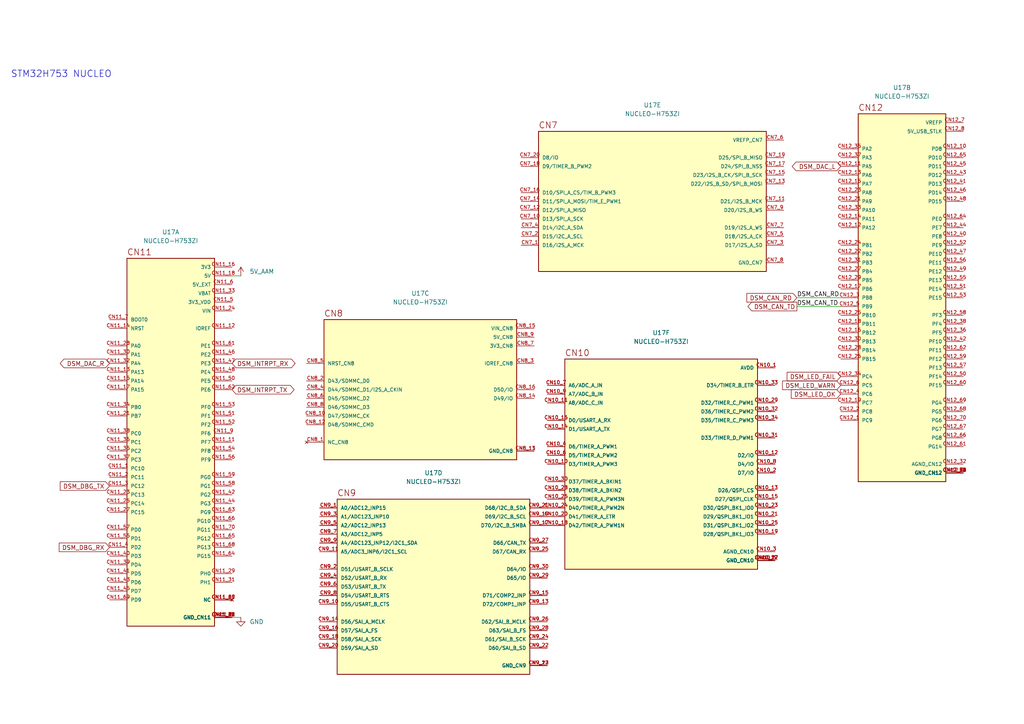
<source format=kicad_sch>
(kicad_sch (version 20250114) (generator "eeschema") (generator_version "9.0")
  (paper "A4")
  (lib_symbols
    (symbol "NUCLEO-H753ZI:NUCLEO-H753ZI" (pin_names (offset 1.016))
      (property "Reference" "U" (at -12.7 57.15 0))
      (property "Value" "NUCLEO-H753ZI" (at -12.7 -54.61 0))
      (symbol "NUCLEO-H753ZI_1_0"
        (rectangle (start -12.7 -53.34) (end 12.7 53.34) (stroke (width 0.254)) (fill (type background)))
        (text "CN11" (at -12.7 54.102 0) (effects (font (size 1.778 1.778)) (justify left bottom)))
        (pin input line (at -17.78 35.56 0) (length 5.08) (name "BOOT0") (number "CN11_7"))
        (pin input line (at -17.78 33.02 0) (length 5.08) (name "NRST") (number "CN11_14"))
        (pin bidirectional line (at -17.78 27.94 0) (length 5.08) (name "PA0") (number "CN11_28"))
        (pin bidirectional line (at -17.78 25.4 0) (length 5.08) (name "PA1") (number "CN11_30"))
        (pin bidirectional line (at -17.78 22.86 0) (length 5.08) (name "PA4") (number "CN11_32"))
        (pin bidirectional line (at -17.78 20.32 0) (length 5.08) (name "PA13") (number "CN11_13"))
        (pin bidirectional line (at -17.78 17.78 0) (length 5.08) (name "PA14") (number "CN11_15"))
        (pin bidirectional line (at -17.78 15.24 0) (length 5.08) (name "PA15") (number "CN11_17"))
        (pin bidirectional line (at -17.78 10.16 0) (length 5.08) (name "PB0") (number "CN11_34"))
        (pin bidirectional line (at -17.78 7.62 0) (length 5.08) (name "PB7") (number "CN11_21"))
        (pin bidirectional line (at -17.78 2.54 0) (length 5.08) (name "PC0") (number "CN11_38"))
        (pin bidirectional line (at -17.78 0 0) (length 5.08) (name "PC1") (number "CN11_36"))
        (pin bidirectional line (at -17.78 -2.54 0) (length 5.08) (name "PC2") (number "CN11_35"))
        (pin bidirectional line (at -17.78 -5.08 0) (length 5.08) (name "PC3") (number "CN11_37"))
        (pin bidirectional line (at -17.78 -7.62 0) (length 5.08) (name "PC10") (number "CN11_1"))
        (pin bidirectional line (at -17.78 -10.16 0) (length 5.08) (name "PC11") (number "CN11_2"))
        (pin bidirectional line (at -17.78 -12.7 0) (length 5.08) (name "PC12") (number "CN11_3"))
        (pin bidirectional line (at -17.78 -15.24 0) (length 5.08) (name "PC13") (number "CN11_23"))
        (pin bidirectional line (at -17.78 -17.78 0) (length 5.08) (name "PC14") (number "CN11_25"))
        (pin bidirectional line (at -17.78 -20.32 0) (length 5.08) (name "PC15") (number "CN11_27"))
        (pin bidirectional line (at -17.78 -25.4 0) (length 5.08) (name "PD0") (number "CN11_57"))
        (pin bidirectional line (at -17.78 -27.94 0) (length 5.08) (name "PD1") (number "CN11_55"))
        (pin bidirectional line (at -17.78 -30.48 0) (length 5.08) (name "PD2") (number "CN11_4"))
        (pin bidirectional line (at -17.78 -33.02 0) (length 5.08) (name "PD3") (number "CN11_40"))
        (pin bidirectional line (at -17.78 -35.56 0) (length 5.08) (name "PD4") (number "CN11_39"))
        (pin bidirectional line (at -17.78 -38.1 0) (length 5.08) (name "PD5") (number "CN11_41"))
        (pin bidirectional line (at -17.78 -40.64 0) (length 5.08) (name "PD6") (number "CN11_43"))
        (pin bidirectional line (at -17.78 -43.18 0) (length 5.08) (name "PD7") (number "CN11_45"))
        (pin bidirectional line (at -17.78 -45.72 0) (length 5.08) (name "PD9") (number "CN11_69"))
        (pin power_in line (at 17.78 50.8 180) (length 5.08) (name "3V3") (number "CN11_16"))
        (pin power_in line (at 17.78 48.26 180) (length 5.08) (name "5V") (number "CN11_18"))
        (pin power_in line (at 17.78 45.72 180) (length 5.08) (name "5V_EXT") (number "CN11_6"))
        (pin power_in line (at 17.78 43.18 180) (length 5.08) (name "VBAT") (number "CN11_33"))
        (pin power_in line (at 17.78 40.64 180) (length 5.08) (name "3V3_VDD") (number "CN11_5"))
        (pin power_in line (at 17.78 38.1 180) (length 5.08) (name "VIN") (number "CN11_24"))
        (pin bidirectional line (at 17.78 33.02 180) (length 5.08) (name "IOREF") (number "CN11_12"))
        (pin bidirectional line (at 17.78 27.94 180) (length 5.08) (name "PE1") (number "CN11_61"))
        (pin bidirectional line (at 17.78 25.4 180) (length 5.08) (name "PE2") (number "CN11_46"))
        (pin bidirectional line (at 17.78 22.86 180) (length 5.08) (name "PE3") (number "CN11_47"))
        (pin bidirectional line (at 17.78 20.32 180) (length 5.08) (name "PE4") (number "CN11_48"))
        (pin bidirectional line (at 17.78 17.78 180) (length 5.08) (name "PE5") (number "CN11_50"))
        (pin bidirectional line (at 17.78 15.24 180) (length 5.08) (name "PE6") (number "CN11_62"))
        (pin bidirectional line (at 17.78 10.16 180) (length 5.08) (name "PF0") (number "CN11_53"))
        (pin bidirectional line (at 17.78 7.62 180) (length 5.08) (name "PF1") (number "CN11_51"))
        (pin bidirectional line (at 17.78 5.08 180) (length 5.08) (name "PF2") (number "CN11_52"))
        (pin bidirectional line (at 17.78 2.54 180) (length 5.08) (name "PF6") (number "CN11_9"))
        (pin bidirectional line (at 17.78 0 180) (length 5.08) (name "PF7") (number "CN11_11"))
        (pin bidirectional line (at 17.78 -2.54 180) (length 5.08) (name "PF8") (number "CN11_54"))
        (pin bidirectional line (at 17.78 -5.08 180) (length 5.08) (name "PF9") (number "CN11_56"))
        (pin bidirectional line (at 17.78 -10.16 180) (length 5.08) (name "PG0") (number "CN11_59"))
        (pin bidirectional line (at 17.78 -12.7 180) (length 5.08) (name "PG1") (number "CN11_58"))
        (pin bidirectional line (at 17.78 -15.24 180) (length 5.08) (name "PG2") (number "CN11_42"))
        (pin bidirectional line (at 17.78 -17.78 180) (length 5.08) (name "PG3") (number "CN11_44"))
        (pin bidirectional line (at 17.78 -20.32 180) (length 5.08) (name "PG9") (number "CN11_63"))
        (pin bidirectional line (at 17.78 -22.86 180) (length 5.08) (name "PG10") (number "CN11_66"))
        (pin bidirectional line (at 17.78 -25.4 180) (length 5.08) (name "PG11") (number "CN11_70"))
        (pin bidirectional line (at 17.78 -27.94 180) (length 5.08) (name "PG12") (number "CN11_65"))
        (pin bidirectional line (at 17.78 -30.48 180) (length 5.08) (name "PG13") (number "CN11_68"))
        (pin bidirectional line (at 17.78 -33.02 180) (length 5.08) (name "PG15") (number "CN11_64"))
        (pin bidirectional line (at 17.78 -38.1 180) (length 5.08) (name "PH0") (number "CN11_29"))
        (pin bidirectional line (at 17.78 -40.64 180) (length 5.08) (name "PH1") (number "CN11_31"))
        (pin no_connect line (at 17.78 -45.72 180) (length 5.08) (name "NC") (number "CN11_10"))
        (pin no_connect line (at 17.78 -45.72 180) (length 5.08) (name "NC") (number "CN11_26"))
        (pin no_connect line (at 17.78 -45.72 180) (length 5.08) (name "NC") (number "CN11_67"))
        (pin power_in line (at 17.78 -50.8 180) (length 5.08) (name "GND_CN11") (number "CN11_19"))
        (pin power_in line (at 17.78 -50.8 180) (length 5.08) (name "GND_CN11") (number "CN11_20"))
        (pin power_in line (at 17.78 -50.8 180) (length 5.08) (name "GND_CN11") (number "CN11_22"))
        (pin power_in line (at 17.78 -50.8 180) (length 5.08) (name "GND_CN11") (number "CN11_49"))
        (pin power_in line (at 17.78 -50.8 180) (length 5.08) (name "GND_CN11") (number "CN11_60"))
        (pin power_in line (at 17.78 -50.8 180) (length 5.08) (name "GND_CN11") (number "CN11_71"))
        (pin power_in line (at 17.78 -50.8 180) (length 5.08) (name "GND_CN11") (number "CN11_72"))
        (pin power_in line (at 17.78 -50.8 180) (length 5.08) (name "GND_CN11") (number "CN11_8"))
      )
      (symbol "NUCLEO-H753ZI_2_0"
        (rectangle (start -12.7 -53.34) (end 12.7 53.34) (stroke (width 0.254)) (fill (type background)))
        (text "CN12" (at -12.7 54.102 0) (effects (font (size 1.778 1.778)) (justify left bottom)))
        (pin bidirectional line (at -17.78 43.18 0) (length 5.08) (name "PA2") (number "CN12_35"))
        (pin bidirectional line (at -17.78 40.64 0) (length 5.08) (name "PA3") (number "CN12_37"))
        (pin bidirectional line (at -17.78 38.1 0) (length 5.08) (name "PA5") (number "CN12_11"))
        (pin bidirectional line (at -17.78 35.56 0) (length 5.08) (name "PA6") (number "CN12_13"))
        (pin bidirectional line (at -17.78 33.02 0) (length 5.08) (name "PA7") (number "CN12_15"))
        (pin bidirectional line (at -17.78 30.48 0) (length 5.08) (name "PA8") (number "CN12_23"))
        (pin bidirectional line (at -17.78 27.94 0) (length 5.08) (name "PA9") (number "CN12_21"))
        (pin bidirectional line (at -17.78 25.4 0) (length 5.08) (name "PA10") (number "CN12_33"))
        (pin bidirectional line (at -17.78 22.86 0) (length 5.08) (name "PA11") (number "CN12_14"))
        (pin bidirectional line (at -17.78 20.32 0) (length 5.08) (name "PA12") (number "CN12_12"))
        (pin bidirectional line (at -17.78 15.24 0) (length 5.08) (name "PB1") (number "CN12_24"))
        (pin bidirectional line (at -17.78 12.7 0) (length 5.08) (name "PB2") (number "CN12_22"))
        (pin bidirectional line (at -17.78 10.16 0) (length 5.08) (name "PB3") (number "CN12_31"))
        (pin bidirectional line (at -17.78 7.62 0) (length 5.08) (name "PB4") (number "CN12_27"))
        (pin bidirectional line (at -17.78 5.08 0) (length 5.08) (name "PB5") (number "CN12_29"))
        (pin bidirectional line (at -17.78 2.54 0) (length 5.08) (name "PB6") (number "CN12_17"))
        (pin bidirectional line (at -17.78 0 0) (length 5.08) (name "PB8") (number "CN12_3"))
        (pin bidirectional line (at -17.78 -2.54 0) (length 5.08) (name "PB9") (number "CN12_5"))
        (pin bidirectional line (at -17.78 -5.08 0) (length 5.08) (name "PB10") (number "CN12_25"))
        (pin bidirectional line (at -17.78 -7.62 0) (length 5.08) (name "PB11") (number "CN12_18"))
        (pin bidirectional line (at -17.78 -10.16 0) (length 5.08) (name "PB12") (number "CN12_16"))
        (pin bidirectional line (at -17.78 -12.7 0) (length 5.08) (name "PB13") (number "CN12_30"))
        (pin bidirectional line (at -17.78 -15.24 0) (length 5.08) (name "PB14") (number "CN12_28"))
        (pin bidirectional line (at -17.78 -17.78 0) (length 5.08) (name "PB15") (number "CN12_26"))
        (pin bidirectional line (at -17.78 -22.86 0) (length 5.08) (name "PC4") (number "CN12_34"))
        (pin bidirectional line (at -17.78 -25.4 0) (length 5.08) (name "PC5") (number "CN12_6"))
        (pin bidirectional line (at -17.78 -27.94 0) (length 5.08) (name "PC6") (number "CN12_4"))
        (pin bidirectional line (at -17.78 -30.48 0) (length 5.08) (name "PC7") (number "CN12_19"))
        (pin bidirectional line (at -17.78 -33.02 0) (length 5.08) (name "PC8") (number "CN12_2"))
        (pin bidirectional line (at -17.78 -35.56 0) (length 5.08) (name "PC9") (number "CN12_1"))
        (pin power_in line (at 17.78 50.8 180) (length 5.08) (name "VREFP") (number "CN12_7"))
        (pin power_in line (at 17.78 48.26 180) (length 5.08) (name "5V_USB_STLK") (number "CN12_8"))
        (pin bidirectional line (at 17.78 43.18 180) (length 5.08) (name "PD8") (number "CN12_10"))
        (pin bidirectional line (at 17.78 40.64 180) (length 5.08) (name "PD10") (number "CN12_65"))
        (pin bidirectional line (at 17.78 38.1 180) (length 5.08) (name "PD11") (number "CN12_45"))
        (pin bidirectional line (at 17.78 35.56 180) (length 5.08) (name "PD12") (number "CN12_43"))
        (pin bidirectional line (at 17.78 33.02 180) (length 5.08) (name "PD13") (number "CN12_41"))
        (pin bidirectional line (at 17.78 30.48 180) (length 5.08) (name "PD14") (number "CN12_46"))
        (pin bidirectional line (at 17.78 27.94 180) (length 5.08) (name "PD15") (number "CN12_48"))
        (pin bidirectional line (at 17.78 22.86 180) (length 5.08) (name "PE0") (number "CN12_64"))
        (pin bidirectional line (at 17.78 20.32 180) (length 5.08) (name "PE7") (number "CN12_44"))
        (pin bidirectional line (at 17.78 17.78 180) (length 5.08) (name "PE8") (number "CN12_40"))
        (pin bidirectional line (at 17.78 15.24 180) (length 5.08) (name "PE9") (number "CN12_52"))
        (pin bidirectional line (at 17.78 12.7 180) (length 5.08) (name "PE10") (number "CN12_47"))
        (pin bidirectional line (at 17.78 10.16 180) (length 5.08) (name "PE11") (number "CN12_56"))
        (pin bidirectional line (at 17.78 7.62 180) (length 5.08) (name "PE12") (number "CN12_49"))
        (pin bidirectional line (at 17.78 5.08 180) (length 5.08) (name "PE13") (number "CN12_55"))
        (pin bidirectional line (at 17.78 2.54 180) (length 5.08) (name "PE14") (number "CN12_51"))
        (pin bidirectional line (at 17.78 0 180) (length 5.08) (name "PE15") (number "CN12_53"))
        (pin bidirectional line (at 17.78 -5.08 180) (length 5.08) (name "PF3") (number "CN12_58"))
        (pin bidirectional line (at 17.78 -7.62 180) (length 5.08) (name "PF4") (number "CN12_38"))
        (pin bidirectional line (at 17.78 -10.16 180) (length 5.08) (name "PF5") (number "CN12_36"))
        (pin bidirectional line (at 17.78 -12.7 180) (length 5.08) (name "PF10") (number "CN12_42"))
        (pin bidirectional line (at 17.78 -15.24 180) (length 5.08) (name "PF11") (number "CN12_62"))
        (pin bidirectional line (at 17.78 -17.78 180) (length 5.08) (name "PF12") (number "CN12_59"))
        (pin bidirectional line (at 17.78 -20.32 180) (length 5.08) (name "PF13") (number "CN12_57"))
        (pin bidirectional line (at 17.78 -22.86 180) (length 5.08) (name "PF14") (number "CN12_50"))
        (pin bidirectional line (at 17.78 -25.4 180) (length 5.08) (name "PF15") (number "CN12_60"))
        (pin bidirectional line (at 17.78 -30.48 180) (length 5.08) (name "PG4") (number "CN12_69"))
        (pin bidirectional line (at 17.78 -33.02 180) (length 5.08) (name "PG5") (number "CN12_68"))
        (pin bidirectional line (at 17.78 -35.56 180) (length 5.08) (name "PG6") (number "CN12_70"))
        (pin bidirectional line (at 17.78 -38.1 180) (length 5.08) (name "PG7") (number "CN12_67"))
        (pin bidirectional line (at 17.78 -40.64 180) (length 5.08) (name "PG8") (number "CN12_66"))
        (pin bidirectional line (at 17.78 -43.18 180) (length 5.08) (name "PG14") (number "CN12_61"))
        (pin power_in line (at 17.78 -48.26 180) (length 5.08) (name "AGND_CN12") (number "CN12_32"))
        (pin power_in line (at 17.78 -50.8 180) (length 5.08) (name "GND_CN12") (number "CN12_20"))
        (pin power_in line (at 17.78 -50.8 180) (length 5.08) (name "GND_CN12") (number "CN12_39"))
        (pin power_in line (at 17.78 -50.8 180) (length 5.08) (name "GND_CN12") (number "CN12_54"))
        (pin power_in line (at 17.78 -50.8 180) (length 5.08) (name "GND_CN12") (number "CN12_63"))
        (pin power_in line (at 17.78 -50.8 180) (length 5.08) (name "GND_CN12") (number "CN12_71"))
        (pin power_in line (at 17.78 -50.8 180) (length 5.08) (name "GND_CN12") (number "CN12_72"))
        (pin power_in line (at 17.78 -50.8 180) (length 5.08) (name "GND_CN12") (number "CN12_9"))
      )
      (symbol "NUCLEO-H753ZI_3_0"
        (rectangle (start -27.94 -20.32) (end 27.94 20.32) (stroke (width 0.254)) (fill (type background)))
        (text "CN8" (at -27.94 21.082 0) (effects (font (size 1.778 1.778)) (justify left bottom)))
        (pin input line (at -33.02 7.62 0) (length 5.08) (name "NRST_CN8") (number "CN8_5"))
        (pin bidirectional line (at -33.02 2.54 0) (length 5.08) (name "D43/SDMMC_D0") (number "CN8_2"))
        (pin bidirectional line (at -33.02 0 0) (length 5.08) (name "D44/SDMMC_D1/I2S_A_CKIN") (number "CN8_4"))
        (pin bidirectional line (at -33.02 -2.54 0) (length 5.08) (name "D45/SDMMC_D2") (number "CN8_6"))
        (pin bidirectional line (at -33.02 -5.08 0) (length 5.08) (name "D46/SDMMC_D3") (number "CN8_8"))
        (pin bidirectional line (at -33.02 -7.62 0) (length 5.08) (name "D47/SDMMC_CK") (number "CN8_10"))
        (pin bidirectional line (at -33.02 -10.16 0) (length 5.08) (name "D48/SDMMC_CMD") (number "CN8_12"))
        (pin no_connect line (at -33.02 -15.24 0) (length 5.08) (name "NC_CN8") (number "CN8_1"))
        (pin power_in line (at 33.02 17.78 180) (length 5.08) (name "VIN_CN8") (number "CN8_15"))
        (pin power_in line (at 33.02 15.24 180) (length 5.08) (name "5V_CN8") (number "CN8_9"))
        (pin power_in line (at 33.02 12.7 180) (length 5.08) (name "3V3_CN8") (number "CN8_7"))
        (pin bidirectional line (at 33.02 7.62 180) (length 5.08) (name "IOREF_CN8") (number "CN8_3"))
        (pin bidirectional line (at 33.02 0 180) (length 5.08) (name "D50/IO") (number "CN8_16"))
        (pin bidirectional line (at 33.02 -2.54 180) (length 5.08) (name "D49/IO") (number "CN8_14"))
        (pin power_in line (at 33.02 -17.78 180) (length 5.08) (name "GND_CN8") (number "CN8_11"))
        (pin power_in line (at 33.02 -17.78 180) (length 5.08) (name "GND_CN8") (number "CN8_13"))
      )
      (symbol "NUCLEO-H753ZI_4_0"
        (rectangle (start -27.94 -25.4) (end 27.94 25.4) (stroke (width 0.254)) (fill (type background)))
        (text "CN9" (at -27.94 26.162 0) (effects (font (size 1.778 1.778)) (justify left bottom)))
        (pin input line (at -33.02 22.86 0) (length 5.08) (name "A0/ADC12_INP15") (number "CN9_1"))
        (pin input line (at -33.02 20.32 0) (length 5.08) (name "A1/ADC123_INP10") (number "CN9_3"))
        (pin input line (at -33.02 17.78 0) (length 5.08) (name "A2/ADC12_INP13") (number "CN9_5"))
        (pin input line (at -33.02 15.24 0) (length 5.08) (name "A3/ADC12_INP5") (number "CN9_7"))
        (pin input line (at -33.02 12.7 0) (length 5.08) (name "A4/ADC123_INP12/I2C1_SDA") (number "CN9_9"))
        (pin input line (at -33.02 10.16 0) (length 5.08) (name "A5/ADC3_INP6/I2C1_SCL") (number "CN9_11"))
        (pin bidirectional line (at -33.02 5.08 0) (length 5.08) (name "D51/USART_B_SCLK") (number "CN9_2"))
        (pin bidirectional line (at -33.02 2.54 0) (length 5.08) (name "D52/USART_B_RX") (number "CN9_4"))
        (pin bidirectional line (at -33.02 0 0) (length 5.08) (name "D53/USART_B_TX") (number "CN9_6"))
        (pin bidirectional line (at -33.02 -2.54 0) (length 5.08) (name "D54/USART_B_RTS") (number "CN9_8"))
        (pin bidirectional line (at -33.02 -5.08 0) (length 5.08) (name "D55/USART_B_CTS") (number "CN9_10"))
        (pin bidirectional line (at -33.02 -10.16 0) (length 5.08) (name "D56/SAI_A_MCLK") (number "CN9_14"))
        (pin bidirectional line (at -33.02 -12.7 0) (length 5.08) (name "D57/SAI_A_FS") (number "CN9_16"))
        (pin bidirectional line (at -33.02 -15.24 0) (length 5.08) (name "D58/SAI_A_SCK") (number "CN9_18"))
        (pin bidirectional line (at -33.02 -17.78 0) (length 5.08) (name "D59/SAI_A_SD") (number "CN9_20"))
        (pin bidirectional line (at 33.02 22.86 180) (length 5.08) (name "D68/I2C_B_SDA") (number "CN9_21"))
        (pin bidirectional line (at 33.02 20.32 180) (length 5.08) (name "D69/I2C_B_SCL") (number "CN9_19"))
        (pin bidirectional line (at 33.02 17.78 180) (length 5.08) (name "D70/I2C_B_SMBA") (number "CN9_17"))
        (pin output line (at 33.02 12.7 180) (length 5.08) (name "D66/CAN_TX") (number "CN9_27"))
        (pin input line (at 33.02 10.16 180) (length 5.08) (name "D67/CAN_RX") (number "CN9_25"))
        (pin bidirectional line (at 33.02 5.08 180) (length 5.08) (name "D64/IO") (number "CN9_30"))
        (pin bidirectional line (at 33.02 2.54 180) (length 5.08) (name "D65/IO") (number "CN9_29"))
        (pin bidirectional line (at 33.02 -2.54 180) (length 5.08) (name "D71/COMP2_INP") (number "CN9_15"))
        (pin bidirectional line (at 33.02 -5.08 180) (length 5.08) (name "D72/COMP1_INP") (number "CN9_13"))
        (pin bidirectional line (at 33.02 -10.16 180) (length 5.08) (name "D62/SAI_B_MCLK") (number "CN9_26"))
        (pin bidirectional line (at 33.02 -12.7 180) (length 5.08) (name "D63/SAI_B_FS") (number "CN9_28"))
        (pin bidirectional line (at 33.02 -15.24 180) (length 5.08) (name "D61/SAI_B_SCK") (number "CN9_24"))
        (pin bidirectional line (at 33.02 -17.78 180) (length 5.08) (name "D60/SAI_B_SD") (number "CN9_22"))
        (pin power_in line (at 33.02 -22.86 180) (length 5.08) (name "GND_CN9") (number "CN9_12"))
        (pin power_in line (at 33.02 -22.86 180) (length 5.08) (name "GND_CN9") (number "CN9_23"))
      )
      (symbol "NUCLEO-H753ZI_5_0"
        (rectangle (start -33.02 -20.32) (end 33.02 20.32) (stroke (width 0.254)) (fill (type background)))
        (text "CN7" (at -33.02 21.082 0) (effects (font (size 1.778 1.778)) (justify left bottom)))
        (pin bidirectional line (at -38.1 12.7 0) (length 5.08) (name "D8/IO") (number "CN7_20"))
        (pin bidirectional line (at -38.1 10.16 0) (length 5.08) (name "D9/TIMER_B_PWM2") (number "CN7_18"))
        (pin bidirectional line (at -38.1 2.54 0) (length 5.08) (name "D10/SPI_A_CS/TIM_B_PWM3") (number "CN7_16"))
        (pin bidirectional line (at -38.1 0 0) (length 5.08) (name "D11/SPI_A_MOSI/TIM_E_PWM1") (number "CN7_14"))
        (pin bidirectional line (at -38.1 -2.54 0) (length 5.08) (name "D12/SPI_A_MISO") (number "CN7_12"))
        (pin bidirectional line (at -38.1 -5.08 0) (length 5.08) (name "D13/SPI_A_SCK") (number "CN7_10"))
        (pin bidirectional line (at -38.1 -7.62 0) (length 5.08) (name "D14/I2C_A_SDA") (number "CN7_4"))
        (pin bidirectional line (at -38.1 -10.16 0) (length 5.08) (name "D15/I2C_A_SCL") (number "CN7_2"))
        (pin bidirectional line (at -38.1 -12.7 0) (length 5.08) (name "D16/I2S_A_MCK") (number "CN7_1"))
        (pin power_in line (at 38.1 17.78 180) (length 5.08) (name "VREFP_CN7") (number "CN7_6"))
        (pin bidirectional line (at 38.1 12.7 180) (length 5.08) (name "D25/SPI_B_MISO") (number "CN7_19"))
        (pin bidirectional line (at 38.1 10.16 180) (length 5.08) (name "D24/SPI_B_NSS") (number "CN7_17"))
        (pin bidirectional line (at 38.1 7.62 180) (length 5.08) (name "D23/I2S_B_CK/SPI_B_SCK") (number "CN7_15"))
        (pin bidirectional line (at 38.1 5.08 180) (length 5.08) (name "D22/I2S_B_SD/SPI_B_MOSI") (number "CN7_13"))
        (pin bidirectional line (at 38.1 0 180) (length 5.08) (name "D21/I2S_B_MCK") (number "CN7_11"))
        (pin bidirectional line (at 38.1 -2.54 180) (length 5.08) (name "D20/I2S_B_WS") (number "CN7_9"))
        (pin bidirectional line (at 38.1 -7.62 180) (length 5.08) (name "D19/I2S_A_WS") (number "CN7_7"))
        (pin bidirectional line (at 38.1 -10.16 180) (length 5.08) (name "D18/I2S_A_CK") (number "CN7_5"))
        (pin bidirectional line (at 38.1 -12.7 180) (length 5.08) (name "D17/I2S_A_SD") (number "CN7_3"))
        (pin power_in line (at 38.1 -17.78 180) (length 5.08) (name "GND_CN7") (number "CN7_8"))
      )
      (symbol "NUCLEO-H753ZI_6_0"
        (rectangle (start -27.94 -30.48) (end 27.94 30.48) (stroke (width 0.254)) (fill (type background)))
        (text "CN10" (at -27.94 31.242 0) (effects (font (size 1.778 1.778)) (justify left bottom)))
        (pin input line (at -33.02 22.86 0) (length 5.08) (name "A6/ADC_A_IN") (number "CN10_7"))
        (pin input line (at -33.02 20.32 0) (length 5.08) (name "A7/ADC_B_IN") (number "CN10_9"))
        (pin input line (at -33.02 17.78 0) (length 5.08) (name "A8/ADC_C_IN") (number "CN10_11"))
        (pin input line (at -33.02 12.7 0) (length 5.08) (name "D0/USART_A_RX") (number "CN10_16"))
        (pin output line (at -33.02 10.16 0) (length 5.08) (name "D1/USART_A_TX") (number "CN10_14"))
        (pin bidirectional line (at -33.02 5.08 0) (length 5.08) (name "D6/TIMER_A_PWM1") (number "CN10_4"))
        (pin bidirectional line (at -33.02 2.54 0) (length 5.08) (name "D5/TIMER_A_PWM2") (number "CN10_6"))
        (pin bidirectional line (at -33.02 0 0) (length 5.08) (name "D3/TIMER_A_PWM3") (number "CN10_10"))
        (pin bidirectional line (at -33.02 -5.08 0) (length 5.08) (name "D37/TIMER_A_BKIN1") (number "CN10_30"))
        (pin bidirectional line (at -33.02 -7.62 0) (length 5.08) (name "D38/TIMER_A_BKIN2") (number "CN10_28"))
        (pin bidirectional line (at -33.02 -10.16 0) (length 5.08) (name "D39/TIMER_A_PWM3N") (number "CN10_26"))
        (pin bidirectional line (at -33.02 -12.7 0) (length 5.08) (name "D40/TIMER_A_PWM2N") (number "CN10_24"))
        (pin bidirectional line (at -33.02 -15.24 0) (length 5.08) (name "D41/TIMER_A_ETR") (number "CN10_20"))
        (pin bidirectional line (at -33.02 -17.78 0) (length 5.08) (name "D42/TIMER_A_PWM1N") (number "CN10_18"))
        (pin power_in line (at 33.02 27.94 180) (length 5.08) (name "AVDD") (number "CN10_1"))
        (pin bidirectional line (at 33.02 22.86 180) (length 5.08) (name "D34/TIMER_B_ETR") (number "CN10_33"))
        (pin bidirectional line (at 33.02 17.78 180) (length 5.08) (name "D32/TIMER_C_PWM1") (number "CN10_29"))
        (pin bidirectional line (at 33.02 15.24 180) (length 5.08) (name "D36/TIMER_C_PWM2") (number "CN10_32"))
        (pin bidirectional line (at 33.02 12.7 180) (length 5.08) (name "D35/TIMER_C_PWM3") (number "CN10_34"))
        (pin bidirectional line (at 33.02 7.62 180) (length 5.08) (name "D33/TIMER_D_PWM1") (number "CN10_31"))
        (pin bidirectional line (at 33.02 2.54 180) (length 5.08) (name "D2/IO") (number "CN10_12"))
        (pin bidirectional line (at 33.02 0 180) (length 5.08) (name "D4/IO") (number "CN10_8"))
        (pin bidirectional line (at 33.02 -2.54 180) (length 5.08) (name "D7/IO") (number "CN10_2"))
        (pin bidirectional line (at 33.02 -7.62 180) (length 5.08) (name "D26/QSPI_CS") (number "CN10_13"))
        (pin bidirectional line (at 33.02 -10.16 180) (length 5.08) (name "D27/QSPI_CLK") (number "CN10_15"))
        (pin bidirectional line (at 33.02 -12.7 180) (length 5.08) (name "D30/QSPI_BK1_IO0") (number "CN10_23"))
        (pin bidirectional line (at 33.02 -15.24 180) (length 5.08) (name "D29/QSPI_BK1_IO1") (number "CN10_21"))
        (pin bidirectional line (at 33.02 -17.78 180) (length 5.08) (name "D31/QSPI_BK1_IO2") (number "CN10_25"))
        (pin bidirectional line (at 33.02 -20.32 180) (length 5.08) (name "D28/QSPI_BK1_IO3") (number "CN10_19"))
        (pin power_in line (at 33.02 -25.4 180) (length 5.08) (name "AGND_CN10") (number "CN10_3"))
        (pin power_in line (at 33.02 -27.94 180) (length 5.08) (name "GND_CN10") (number "CN10_17"))
        (pin power_in line (at 33.02 -27.94 180) (length 5.08) (name "GND_CN10") (number "CN10_22"))
        (pin power_in line (at 33.02 -27.94 180) (length 5.08) (name "GND_CN10") (number "CN10_27"))
        (pin power_in line (at 33.02 -27.94 180) (length 5.08) (name "GND_CN10") (number "CN10_5"))
      )
    )
    (symbol "power:+5V" (power) (pin_numbers (hide yes)) (pin_names (offset 0) (hide yes))
      (property "Value" "+5V" (at 0 3.556 0))
      (symbol "+5V_0_1"
        (polyline (pts (xy -0.762 1.27) (xy 0 2.54)))
        (polyline (pts (xy 0 2.54) (xy 0.762 1.27)))
        (polyline (pts (xy 0 0) (xy 0 2.54)))
      )
      (symbol "+5V_1_1"
        (pin power_in line (at 0 0 90) (length 0) (name "~") (number "1"))
      )
    )
    (symbol "power:GND" (power) (pin_numbers (hide yes)) (pin_names (offset 0) (hide yes))
      (property "Value" "GND" (at 0 -3.81 0))
      (symbol "GND_0_1"
        (polyline (pts (xy 0 0) (xy 0 -1.27) (xy 1.27 -1.27) (xy 0 -2.54) (xy -1.27 -1.27) (xy 0 -1.27)))
      )
      (symbol "GND_1_1"
        (pin power_in line (at 0 0 270) (length 0) (name "~") (number "1"))
      )
    )
  )
  (text "STM32H753 NUCLEO" (at 17.78 21.59 0) (effects (font (size 1.905 1.905))))
  (wire (pts (xy 231.14 88.9) (xy 243.84 88.9)))
  (wire (pts (xy 231.14 86.36) (xy 243.84 86.36)))
  (wire (pts (xy 67.31 80.01) (xy 69.85 80.01)))
  (wire (pts (xy 67.31 179.07) (xy 69.85 179.07)))
  (label "DSM_CAN_RD" (at 231.14 86.36 0))
  (label "DSM_CAN_TD" (at 231.14 88.9 0))
  (global_label "DSM_LED_OK" (shape input) (at 243.84 114.3 180) (property "Intersheetrefs" "${INTERSHEET_REFS}" (effects (hide yes))))
  (global_label "DSM_DBG_TX" (shape input) (at 31.75 140.97 180) (property "Intersheetrefs" "${INTERSHEET_REFS}" (effects (hide yes))))
  (global_label "DSM_CAN_RD" (shape input) (at 231.14 86.36 180) (property "Intersheetrefs" "${INTERSHEET_REFS}" (effects (hide yes))))
  (global_label "DSM_LED_FAIL" (shape input) (at 243.84 109.22 180) (property "Intersheetrefs" "${INTERSHEET_REFS}" (effects (hide yes))))
  (global_label "DSM_INTRPT_RX" (shape bidirectional) (at 67.31 105.41 0) (property "Intersheetrefs" "${INTERSHEET_REFS}" (effects (hide yes))))
  (global_label "DSM_CAN_TD" (shape output) (at 231.14 88.9 180) (property "Intersheetrefs" "${INTERSHEET_REFS}" (effects (hide yes))))
  (global_label "DSM_DBG_RX" (shape input) (at 31.75 158.75 180) (property "Intersheetrefs" "${INTERSHEET_REFS}" (effects (hide yes))))
  (global_label "DSM_LED_WARN" (shape input) (at 243.84 111.76 180) (property "Intersheetrefs" "${INTERSHEET_REFS}" (effects (hide yes))))
  (global_label "DSM_INTRPT_TX" (shape bidirectional) (at 67.31 113.03 0) (property "Intersheetrefs" "${INTERSHEET_REFS}" (effects (hide yes))))
  (global_label "DSM_DAC_R" (shape bidirectional) (at 31.75 105.41 180) (property "Intersheetrefs" "${INTERSHEET_REFS}" (effects (hide yes))))
  (global_label "DSM_DAC_L" (shape bidirectional) (at 243.84 48.26 180) (property "Intersheetrefs" "${INTERSHEET_REFS}" (effects (hide yes))))
  (symbol (lib_id "NUCLEO-H753ZI:NUCLEO-H753ZI") (at 191.77 134.62 0) (unit 6)
    (property "Reference" "U17" (at 191.77 96.52 0))
    (property "Value" "NUCLEO-H753ZI" (at 191.77 99.06 0))
    (property "Footprint" "NUCLEO-H753ZI:MODULE_NUCLEO-H753ZI" (effects (hide yes)))
    (property "MF" "STMicroelectronics" (effects (hide yes)))
    (property "Description_1" "STM32H753ZI Nucleo-144 STM32H7 ARM® Cortex®-M7 MCU 32-Bit Embedded Evaluation Board" (effects (hide yes)))
    (property "Package" "None" (effects (hide yes)))
    (property "Price" "None" (effects (hide yes)))
    (property "Check_prices" "https://www.snapeda.com/parts/NUCLEO-H753ZI/STMicroelectronics/view-part/?ref=eda" (effects (hide yes)))
    (property "STANDARD" "Manufacturer Recommendations" (effects (hide yes)))
    (property "PARTREV" "Rev. 2" (effects (hide yes)))
    (property "SnapEDA_Link" "https://www.snapeda.com/parts/NUCLEO-H753ZI/STMicroelectronics/view-part/?ref=snap" (effects (hide yes)))
    (property "MP" "NUCLEO-H753ZI" (effects (hide yes)))
    (property "Availability" "In Stock" (effects (hide yes)))
    (property "MANUFACTURER" "STMicroelectronics" (effects (hide yes)))
  )
  (symbol (lib_id "NUCLEO-H753ZI:NUCLEO-H753ZI") (at 189.23 58.42 0) (unit 5)
    (property "Reference" "U17" (at 189.23 30.48 0))
    (property "Value" "NUCLEO-H753ZI" (at 189.23 33.02 0))
    (property "Footprint" "NUCLEO-H753ZI:MODULE_NUCLEO-H753ZI" (effects (hide yes)))
    (property "MF" "STMicroelectronics" (effects (hide yes)))
    (property "Description_1" "STM32H753ZI Nucleo-144 STM32H7 ARM® Cortex®-M7 MCU 32-Bit Embedded Evaluation Board" (effects (hide yes)))
    (property "Package" "None" (effects (hide yes)))
    (property "Price" "None" (effects (hide yes)))
    (property "Check_prices" "https://www.snapeda.com/parts/NUCLEO-H753ZI/STMicroelectronics/view-part/?ref=eda" (effects (hide yes)))
    (property "STANDARD" "Manufacturer Recommendations" (effects (hide yes)))
    (property "PARTREV" "Rev. 2" (effects (hide yes)))
    (property "SnapEDA_Link" "https://www.snapeda.com/parts/NUCLEO-H753ZI/STMicroelectronics/view-part/?ref=snap" (effects (hide yes)))
    (property "MP" "NUCLEO-H753ZI" (effects (hide yes)))
    (property "Availability" "In Stock" (effects (hide yes)))
    (property "MANUFACTURER" "STMicroelectronics" (effects (hide yes)))
  )
  (symbol (lib_id "power:+5V") (at 69.85 80.01 0) (unit 1)
    (property "Reference" "#PWR0102" (effects (hide yes)))
    (property "Value" "5V_AAM" (at 72.39 78.7399 0) (effects (justify left)))
    (property "Description" "Power symbol creates a global label with name \"+5V\"" (effects (hide yes)))
  )
  (symbol (lib_id "NUCLEO-H753ZI:NUCLEO-H753ZI") (at 121.92 113.03 0) (unit 3)
    (property "Reference" "U17" (at 121.92 85.09 0))
    (property "Value" "NUCLEO-H753ZI" (at 121.92 87.63 0))
    (property "Footprint" "NUCLEO-H753ZI:MODULE_NUCLEO-H753ZI" (effects (hide yes)))
    (property "MF" "STMicroelectronics" (effects (hide yes)))
    (property "Description_1" "STM32H753ZI Nucleo-144 STM32H7 ARM® Cortex®-M7 MCU 32-Bit Embedded Evaluation Board" (effects (hide yes)))
    (property "Package" "None" (effects (hide yes)))
    (property "Price" "None" (effects (hide yes)))
    (property "Check_prices" "https://www.snapeda.com/parts/NUCLEO-H753ZI/STMicroelectronics/view-part/?ref=eda" (effects (hide yes)))
    (property "STANDARD" "Manufacturer Recommendations" (effects (hide yes)))
    (property "PARTREV" "Rev. 2" (effects (hide yes)))
    (property "SnapEDA_Link" "https://www.snapeda.com/parts/NUCLEO-H753ZI/STMicroelectronics/view-part/?ref=snap" (effects (hide yes)))
    (property "MP" "NUCLEO-H753ZI" (effects (hide yes)))
    (property "Availability" "In Stock" (effects (hide yes)))
    (property "MANUFACTURER" "STMicroelectronics" (effects (hide yes)))
  )
  (symbol (lib_id "power:GND") (at 69.85 179.07 0) (unit 1)
    (property "Reference" "#PWR0103" (effects (hide yes)))
    (property "Value" "GND" (at 72.39 180.3399 0) (effects (justify left)))
    (property "Description" "Power symbol creates a global label with name \"GND\" , ground" (effects (hide yes)))
  )
  (symbol (lib_id "NUCLEO-H753ZI:NUCLEO-H753ZI") (at 261.62 86.36 0) (unit 2)
    (property "Reference" "U17" (at 261.62 25.4 0))
    (property "Value" "NUCLEO-H753ZI" (at 261.62 27.94 0))
    (property "Footprint" "NUCLEO-H753ZI:MODULE_NUCLEO-H753ZI" (effects (hide yes)))
    (property "MF" "STMicroelectronics" (effects (hide yes)))
    (property "Description_1" "STM32H753ZI Nucleo-144 STM32H7 ARM® Cortex®-M7 MCU 32-Bit Embedded Evaluation Board" (effects (hide yes)))
    (property "Package" "None" (effects (hide yes)))
    (property "Price" "None" (effects (hide yes)))
    (property "Check_prices" "https://www.snapeda.com/parts/NUCLEO-H753ZI/STMicroelectronics/view-part/?ref=eda" (effects (hide yes)))
    (property "STANDARD" "Manufacturer Recommendations" (effects (hide yes)))
    (property "PARTREV" "Rev. 2" (effects (hide yes)))
    (property "SnapEDA_Link" "https://www.snapeda.com/parts/NUCLEO-H753ZI/STMicroelectronics/view-part/?ref=snap" (effects (hide yes)))
    (property "MP" "NUCLEO-H753ZI" (effects (hide yes)))
    (property "Availability" "In Stock" (effects (hide yes)))
    (property "MANUFACTURER" "STMicroelectronics" (effects (hide yes)))
  )
  (symbol (lib_id "NUCLEO-H753ZI:NUCLEO-H753ZI") (at 49.53 128.27 0) (unit 1)
    (property "Reference" "U17" (at 49.53 67.31 0))
    (property "Value" "NUCLEO-H753ZI" (at 49.53 69.85 0))
    (property "Footprint" "NUCLEO-H753ZI:MODULE_NUCLEO-H753ZI" (effects (hide yes)))
    (property "MF" "STMicroelectronics" (effects (hide yes)))
    (property "Description_1" "STM32H753ZI Nucleo-144 STM32H7 ARM® Cortex®-M7 MCU 32-Bit Embedded Evaluation Board" (effects (hide yes)))
    (property "Package" "None" (effects (hide yes)))
    (property "Price" "None" (effects (hide yes)))
    (property "Check_prices" "https://www.snapeda.com/parts/NUCLEO-H753ZI/STMicroelectronics/view-part/?ref=eda" (effects (hide yes)))
    (property "STANDARD" "Manufacturer Recommendations" (effects (hide yes)))
    (property "PARTREV" "Rev. 2" (effects (hide yes)))
    (property "SnapEDA_Link" "https://www.snapeda.com/parts/NUCLEO-H753ZI/STMicroelectronics/view-part/?ref=snap" (effects (hide yes)))
    (property "MP" "NUCLEO-H753ZI" (effects (hide yes)))
    (property "Availability" "In Stock" (effects (hide yes)))
    (property "MANUFACTURER" "STMicroelectronics" (effects (hide yes)))
  )
  (symbol (lib_id "NUCLEO-H753ZI:NUCLEO-H753ZI") (at 125.73 170.18 0) (unit 4)
    (property "Reference" "U17" (at 125.73 137.16 0))
    (property "Value" "NUCLEO-H753ZI" (at 125.73 139.7 0))
    (property "Footprint" "NUCLEO-H753ZI:MODULE_NUCLEO-H753ZI" (effects (hide yes)))
    (property "MF" "STMicroelectronics" (effects (hide yes)))
    (property "Description_1" "STM32H753ZI Nucleo-144 STM32H7 ARM® Cortex®-M7 MCU 32-Bit Embedded Evaluation Board" (effects (hide yes)))
    (property "Package" "None" (effects (hide yes)))
    (property "Price" "None" (effects (hide yes)))
    (property "Check_prices" "https://www.snapeda.com/parts/NUCLEO-H753ZI/STMicroelectronics/view-part/?ref=eda" (effects (hide yes)))
    (property "STANDARD" "Manufacturer Recommendations" (effects (hide yes)))
    (property "PARTREV" "Rev. 2" (effects (hide yes)))
    (property "SnapEDA_Link" "https://www.snapeda.com/parts/NUCLEO-H753ZI/STMicroelectronics/view-part/?ref=snap" (effects (hide yes)))
    (property "MP" "NUCLEO-H753ZI" (effects (hide yes)))
    (property "Availability" "In Stock" (effects (hide yes)))
    (property "MANUFACTURER" "STMicroelectronics" (effects (hide yes)))
  )
)
</source>
